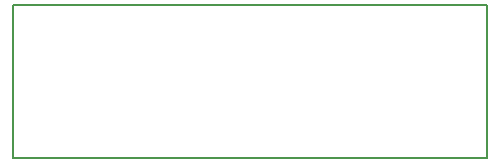
<source format=gbr>
G04 #@! TF.GenerationSoftware,KiCad,Pcbnew,5.0.2+dfsg1-1~bpo9+1*
G04 #@! TF.CreationDate,2019-04-13T15:56:37+01:00*
G04 #@! TF.ProjectId,smart_glasses,736d6172-745f-4676-9c61-737365732e6b,rev?*
G04 #@! TF.SameCoordinates,Original*
G04 #@! TF.FileFunction,Profile,NP*
%FSLAX46Y46*%
G04 Gerber Fmt 4.6, Leading zero omitted, Abs format (unit mm)*
G04 Created by KiCad (PCBNEW 5.0.2+dfsg1-1~bpo9+1) date Sat 13 Apr 2019 15:56:37 BST*
%MOMM*%
%LPD*%
G01*
G04 APERTURE LIST*
%ADD10C,0.150000*%
%ADD11C,0.200000*%
G04 APERTURE END LIST*
D10*
X110629700Y-84670900D02*
X150787100Y-84670900D01*
D11*
X110629700Y-71729600D02*
X150774400Y-71729600D01*
X110629700Y-84658200D02*
X110629700Y-71729600D01*
X150774400Y-71729600D02*
X150774400Y-84658200D01*
M02*

</source>
